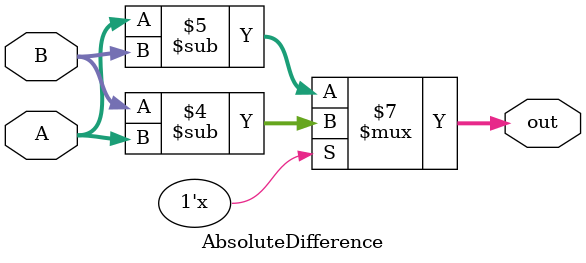
<source format=v>
`timescale 1ns / 1ps


module AbsoluteDifference(A, B, out);

    input [31:0] A, B;
    output reg [31:0] out;
    reg [31:0]  nonAbsOut;

    always @ (*)    begin
        nonAbsOut <=  A - B;
        if(nonAbsOut[31] == 1'b1) begin
            out <= B - A;
       end
        else begin
            out <= A - B;
         end      
    end

endmodule

</source>
